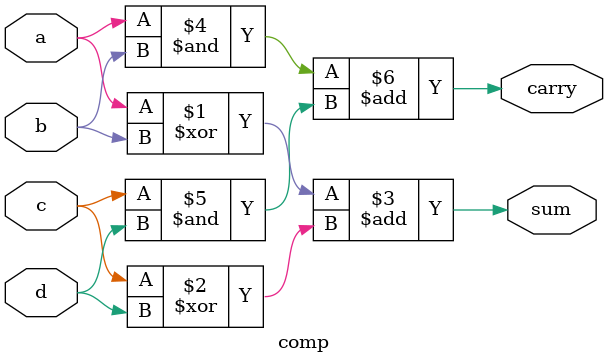
<source format=v>
`timescale 1ns / 1ps

module fourbitm(input [3:0] a, input [3:0] b, output [7:0] out);
   wire m;
   wire x1,x2,x3,x4,x5,x6,x7,x8,x9,x10,x11,x12,x13,x14,x15,x16,p10,g10,p20,g20,p30,g30,p21,g21,p31,g31,p23,g23,G1,c1,c2,c3,c4,c5;
   assign m=0;
   
 
   assign out[0] = a[0] & b[0];
   assign x2 = a[1] & b[0];
   assign x3 = a[0] & b[1];
   assign x4 = a[2] & b[0];
   assign x5 = a[0] & b[2];
   assign x6 = a[1] & b[1];
   assign x7 = a[3] & b[0];
   assign x8 = a[0] & b[3];
   assign x9 = a[2] & b[1];
   assign x10 = a[1] & b[2];
   assign x11 = a[3] & b[1];
   assign x12 = a[1] & b[3];
   assign x13 = a[2] & b[2];
   assign x14 = a[3] & b[2];
   assign x15 = a[2] & b[3];
   assign x16 = a[3] & b[3];
 
   
   assign p10 = x2 | x3;
   assign g10 = x2 & x3;
   assign p20 = x4 | x5;
   assign g20 = x4 & x5;
   assign p30 = x7 | x8;
   assign g30 = x7 & x8;
   assign p21 = x9 | x10;
   assign g21 = x9 & x10;
   assign p31 = x11 | x12;
   assign g31 = x11 & x12;
   assign p23 = x15 | x14;
   assign g23 = x15 & x14;
   assign G1 = g30 | g21;

   
   appha i1(p10,g10,out[1],c1);
   comp  i2(p20,g20,x6,c1,out[2],c2);
   comp  i3(p30,G1,p21,c2,out[3],c3);
   comp  i4(p31,g31,x13,c3,out[4],c4);
   appfa i5(p23,g23,c4,out[5],c5);
   appha i6(x16,c5,out[6],out[7]);
   
endmodule


module appha( input a,input b, output sum, output carry);
    or(sum,a,b);
    and(carry,a,b);
endmodule

module appfa( input a, input b, input c, output sum, output carry);
       assign sum = (a + b)^c;
       assign carry = (a & b)+(b & c)  ;
endmodule 

module comp( input a, input b, input c, input d, output sum, output carry);
       assign sum = (a^b)+(c^d);
       assign carry = (a & b)+(c & d);
endmodule








</source>
